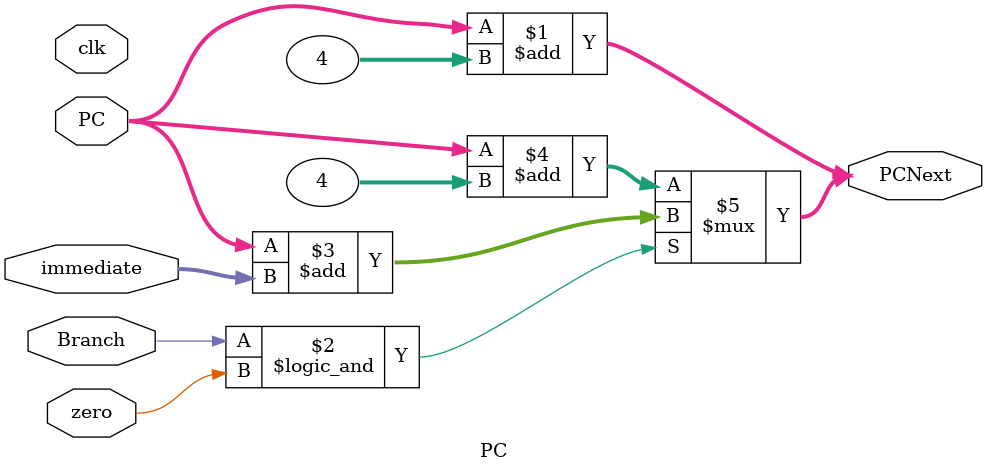
<source format=v>
module PC(
	input clk, input [31:0] PC, input [31:0] immediate, input Branch, input zero, output [31:0] PCNext);

		assign PCNext = PC + 32'd4;
		assign PCNext = (Branch && zero) ? PC + immediate : PC + 32'd4;

endmodule

</source>
